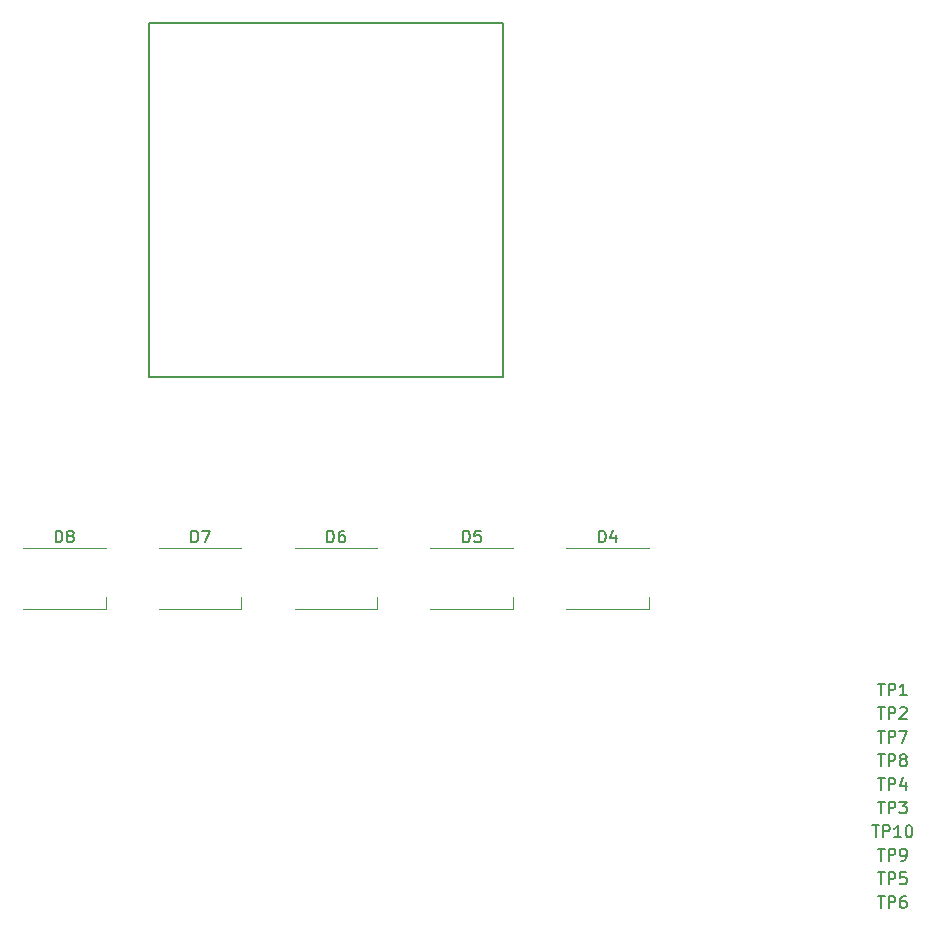
<source format=gbr>
G04 #@! TF.FileFunction,Legend,Top*
%FSLAX46Y46*%
G04 Gerber Fmt 4.6, Leading zero omitted, Abs format (unit mm)*
G04 Created by KiCad (PCBNEW 4.0.6) date 10/16/17 12:02:40*
%MOMM*%
%LPD*%
G01*
G04 APERTURE LIST*
%ADD10C,0.100000*%
%ADD11C,0.150000*%
%ADD12C,0.120000*%
G04 APERTURE END LIST*
D10*
D11*
X119650000Y-85550000D02*
X119650000Y-55550000D01*
X149650000Y-85550000D02*
X119650000Y-85550000D01*
X149650000Y-55550000D02*
X149650000Y-85550000D01*
X119650000Y-55550000D02*
X149650000Y-55550000D01*
D12*
X155000000Y-100000000D02*
X162000000Y-100000000D01*
X155000000Y-105200000D02*
X162000000Y-105200000D01*
X162000000Y-105200000D02*
X162000000Y-104200000D01*
X143500000Y-100000000D02*
X150500000Y-100000000D01*
X143500000Y-105200000D02*
X150500000Y-105200000D01*
X150500000Y-105200000D02*
X150500000Y-104200000D01*
X132000000Y-100000000D02*
X139000000Y-100000000D01*
X132000000Y-105200000D02*
X139000000Y-105200000D01*
X139000000Y-105200000D02*
X139000000Y-104200000D01*
X120500000Y-100000000D02*
X127500000Y-100000000D01*
X120500000Y-105200000D02*
X127500000Y-105200000D01*
X127500000Y-105200000D02*
X127500000Y-104200000D01*
X109000000Y-100000000D02*
X116000000Y-100000000D01*
X109000000Y-105200000D02*
X116000000Y-105200000D01*
X116000000Y-105200000D02*
X116000000Y-104200000D01*
D11*
X157761905Y-99552381D02*
X157761905Y-98552381D01*
X158000000Y-98552381D01*
X158142858Y-98600000D01*
X158238096Y-98695238D01*
X158285715Y-98790476D01*
X158333334Y-98980952D01*
X158333334Y-99123810D01*
X158285715Y-99314286D01*
X158238096Y-99409524D01*
X158142858Y-99504762D01*
X158000000Y-99552381D01*
X157761905Y-99552381D01*
X159190477Y-98885714D02*
X159190477Y-99552381D01*
X158952381Y-98504762D02*
X158714286Y-99219048D01*
X159333334Y-99219048D01*
X146261905Y-99552381D02*
X146261905Y-98552381D01*
X146500000Y-98552381D01*
X146642858Y-98600000D01*
X146738096Y-98695238D01*
X146785715Y-98790476D01*
X146833334Y-98980952D01*
X146833334Y-99123810D01*
X146785715Y-99314286D01*
X146738096Y-99409524D01*
X146642858Y-99504762D01*
X146500000Y-99552381D01*
X146261905Y-99552381D01*
X147738096Y-98552381D02*
X147261905Y-98552381D01*
X147214286Y-99028571D01*
X147261905Y-98980952D01*
X147357143Y-98933333D01*
X147595239Y-98933333D01*
X147690477Y-98980952D01*
X147738096Y-99028571D01*
X147785715Y-99123810D01*
X147785715Y-99361905D01*
X147738096Y-99457143D01*
X147690477Y-99504762D01*
X147595239Y-99552381D01*
X147357143Y-99552381D01*
X147261905Y-99504762D01*
X147214286Y-99457143D01*
X134761905Y-99552381D02*
X134761905Y-98552381D01*
X135000000Y-98552381D01*
X135142858Y-98600000D01*
X135238096Y-98695238D01*
X135285715Y-98790476D01*
X135333334Y-98980952D01*
X135333334Y-99123810D01*
X135285715Y-99314286D01*
X135238096Y-99409524D01*
X135142858Y-99504762D01*
X135000000Y-99552381D01*
X134761905Y-99552381D01*
X136190477Y-98552381D02*
X136000000Y-98552381D01*
X135904762Y-98600000D01*
X135857143Y-98647619D01*
X135761905Y-98790476D01*
X135714286Y-98980952D01*
X135714286Y-99361905D01*
X135761905Y-99457143D01*
X135809524Y-99504762D01*
X135904762Y-99552381D01*
X136095239Y-99552381D01*
X136190477Y-99504762D01*
X136238096Y-99457143D01*
X136285715Y-99361905D01*
X136285715Y-99123810D01*
X136238096Y-99028571D01*
X136190477Y-98980952D01*
X136095239Y-98933333D01*
X135904762Y-98933333D01*
X135809524Y-98980952D01*
X135761905Y-99028571D01*
X135714286Y-99123810D01*
X123261905Y-99552381D02*
X123261905Y-98552381D01*
X123500000Y-98552381D01*
X123642858Y-98600000D01*
X123738096Y-98695238D01*
X123785715Y-98790476D01*
X123833334Y-98980952D01*
X123833334Y-99123810D01*
X123785715Y-99314286D01*
X123738096Y-99409524D01*
X123642858Y-99504762D01*
X123500000Y-99552381D01*
X123261905Y-99552381D01*
X124166667Y-98552381D02*
X124833334Y-98552381D01*
X124404762Y-99552381D01*
X111761905Y-99552381D02*
X111761905Y-98552381D01*
X112000000Y-98552381D01*
X112142858Y-98600000D01*
X112238096Y-98695238D01*
X112285715Y-98790476D01*
X112333334Y-98980952D01*
X112333334Y-99123810D01*
X112285715Y-99314286D01*
X112238096Y-99409524D01*
X112142858Y-99504762D01*
X112000000Y-99552381D01*
X111761905Y-99552381D01*
X112904762Y-98980952D02*
X112809524Y-98933333D01*
X112761905Y-98885714D01*
X112714286Y-98790476D01*
X112714286Y-98742857D01*
X112761905Y-98647619D01*
X112809524Y-98600000D01*
X112904762Y-98552381D01*
X113095239Y-98552381D01*
X113190477Y-98600000D01*
X113238096Y-98647619D01*
X113285715Y-98742857D01*
X113285715Y-98790476D01*
X113238096Y-98885714D01*
X113190477Y-98933333D01*
X113095239Y-98980952D01*
X112904762Y-98980952D01*
X112809524Y-99028571D01*
X112761905Y-99076190D01*
X112714286Y-99171429D01*
X112714286Y-99361905D01*
X112761905Y-99457143D01*
X112809524Y-99504762D01*
X112904762Y-99552381D01*
X113095239Y-99552381D01*
X113190477Y-99504762D01*
X113238096Y-99457143D01*
X113285715Y-99361905D01*
X113285715Y-99171429D01*
X113238096Y-99076190D01*
X113190477Y-99028571D01*
X113095239Y-98980952D01*
X181388095Y-111502381D02*
X181959524Y-111502381D01*
X181673809Y-112502381D02*
X181673809Y-111502381D01*
X182292857Y-112502381D02*
X182292857Y-111502381D01*
X182673810Y-111502381D01*
X182769048Y-111550000D01*
X182816667Y-111597619D01*
X182864286Y-111692857D01*
X182864286Y-111835714D01*
X182816667Y-111930952D01*
X182769048Y-111978571D01*
X182673810Y-112026190D01*
X182292857Y-112026190D01*
X183816667Y-112502381D02*
X183245238Y-112502381D01*
X183530952Y-112502381D02*
X183530952Y-111502381D01*
X183435714Y-111645238D01*
X183340476Y-111740476D01*
X183245238Y-111788095D01*
X181388095Y-113502381D02*
X181959524Y-113502381D01*
X181673809Y-114502381D02*
X181673809Y-113502381D01*
X182292857Y-114502381D02*
X182292857Y-113502381D01*
X182673810Y-113502381D01*
X182769048Y-113550000D01*
X182816667Y-113597619D01*
X182864286Y-113692857D01*
X182864286Y-113835714D01*
X182816667Y-113930952D01*
X182769048Y-113978571D01*
X182673810Y-114026190D01*
X182292857Y-114026190D01*
X183245238Y-113597619D02*
X183292857Y-113550000D01*
X183388095Y-113502381D01*
X183626191Y-113502381D01*
X183721429Y-113550000D01*
X183769048Y-113597619D01*
X183816667Y-113692857D01*
X183816667Y-113788095D01*
X183769048Y-113930952D01*
X183197619Y-114502381D01*
X183816667Y-114502381D01*
X181388095Y-121502381D02*
X181959524Y-121502381D01*
X181673809Y-122502381D02*
X181673809Y-121502381D01*
X182292857Y-122502381D02*
X182292857Y-121502381D01*
X182673810Y-121502381D01*
X182769048Y-121550000D01*
X182816667Y-121597619D01*
X182864286Y-121692857D01*
X182864286Y-121835714D01*
X182816667Y-121930952D01*
X182769048Y-121978571D01*
X182673810Y-122026190D01*
X182292857Y-122026190D01*
X183197619Y-121502381D02*
X183816667Y-121502381D01*
X183483333Y-121883333D01*
X183626191Y-121883333D01*
X183721429Y-121930952D01*
X183769048Y-121978571D01*
X183816667Y-122073810D01*
X183816667Y-122311905D01*
X183769048Y-122407143D01*
X183721429Y-122454762D01*
X183626191Y-122502381D01*
X183340476Y-122502381D01*
X183245238Y-122454762D01*
X183197619Y-122407143D01*
X181388095Y-119502381D02*
X181959524Y-119502381D01*
X181673809Y-120502381D02*
X181673809Y-119502381D01*
X182292857Y-120502381D02*
X182292857Y-119502381D01*
X182673810Y-119502381D01*
X182769048Y-119550000D01*
X182816667Y-119597619D01*
X182864286Y-119692857D01*
X182864286Y-119835714D01*
X182816667Y-119930952D01*
X182769048Y-119978571D01*
X182673810Y-120026190D01*
X182292857Y-120026190D01*
X183721429Y-119835714D02*
X183721429Y-120502381D01*
X183483333Y-119454762D02*
X183245238Y-120169048D01*
X183864286Y-120169048D01*
X181388095Y-127502381D02*
X181959524Y-127502381D01*
X181673809Y-128502381D02*
X181673809Y-127502381D01*
X182292857Y-128502381D02*
X182292857Y-127502381D01*
X182673810Y-127502381D01*
X182769048Y-127550000D01*
X182816667Y-127597619D01*
X182864286Y-127692857D01*
X182864286Y-127835714D01*
X182816667Y-127930952D01*
X182769048Y-127978571D01*
X182673810Y-128026190D01*
X182292857Y-128026190D01*
X183769048Y-127502381D02*
X183292857Y-127502381D01*
X183245238Y-127978571D01*
X183292857Y-127930952D01*
X183388095Y-127883333D01*
X183626191Y-127883333D01*
X183721429Y-127930952D01*
X183769048Y-127978571D01*
X183816667Y-128073810D01*
X183816667Y-128311905D01*
X183769048Y-128407143D01*
X183721429Y-128454762D01*
X183626191Y-128502381D01*
X183388095Y-128502381D01*
X183292857Y-128454762D01*
X183245238Y-128407143D01*
X181388095Y-129502381D02*
X181959524Y-129502381D01*
X181673809Y-130502381D02*
X181673809Y-129502381D01*
X182292857Y-130502381D02*
X182292857Y-129502381D01*
X182673810Y-129502381D01*
X182769048Y-129550000D01*
X182816667Y-129597619D01*
X182864286Y-129692857D01*
X182864286Y-129835714D01*
X182816667Y-129930952D01*
X182769048Y-129978571D01*
X182673810Y-130026190D01*
X182292857Y-130026190D01*
X183721429Y-129502381D02*
X183530952Y-129502381D01*
X183435714Y-129550000D01*
X183388095Y-129597619D01*
X183292857Y-129740476D01*
X183245238Y-129930952D01*
X183245238Y-130311905D01*
X183292857Y-130407143D01*
X183340476Y-130454762D01*
X183435714Y-130502381D01*
X183626191Y-130502381D01*
X183721429Y-130454762D01*
X183769048Y-130407143D01*
X183816667Y-130311905D01*
X183816667Y-130073810D01*
X183769048Y-129978571D01*
X183721429Y-129930952D01*
X183626191Y-129883333D01*
X183435714Y-129883333D01*
X183340476Y-129930952D01*
X183292857Y-129978571D01*
X183245238Y-130073810D01*
X181388095Y-115502381D02*
X181959524Y-115502381D01*
X181673809Y-116502381D02*
X181673809Y-115502381D01*
X182292857Y-116502381D02*
X182292857Y-115502381D01*
X182673810Y-115502381D01*
X182769048Y-115550000D01*
X182816667Y-115597619D01*
X182864286Y-115692857D01*
X182864286Y-115835714D01*
X182816667Y-115930952D01*
X182769048Y-115978571D01*
X182673810Y-116026190D01*
X182292857Y-116026190D01*
X183197619Y-115502381D02*
X183864286Y-115502381D01*
X183435714Y-116502381D01*
X181388095Y-117502381D02*
X181959524Y-117502381D01*
X181673809Y-118502381D02*
X181673809Y-117502381D01*
X182292857Y-118502381D02*
X182292857Y-117502381D01*
X182673810Y-117502381D01*
X182769048Y-117550000D01*
X182816667Y-117597619D01*
X182864286Y-117692857D01*
X182864286Y-117835714D01*
X182816667Y-117930952D01*
X182769048Y-117978571D01*
X182673810Y-118026190D01*
X182292857Y-118026190D01*
X183435714Y-117930952D02*
X183340476Y-117883333D01*
X183292857Y-117835714D01*
X183245238Y-117740476D01*
X183245238Y-117692857D01*
X183292857Y-117597619D01*
X183340476Y-117550000D01*
X183435714Y-117502381D01*
X183626191Y-117502381D01*
X183721429Y-117550000D01*
X183769048Y-117597619D01*
X183816667Y-117692857D01*
X183816667Y-117740476D01*
X183769048Y-117835714D01*
X183721429Y-117883333D01*
X183626191Y-117930952D01*
X183435714Y-117930952D01*
X183340476Y-117978571D01*
X183292857Y-118026190D01*
X183245238Y-118121429D01*
X183245238Y-118311905D01*
X183292857Y-118407143D01*
X183340476Y-118454762D01*
X183435714Y-118502381D01*
X183626191Y-118502381D01*
X183721429Y-118454762D01*
X183769048Y-118407143D01*
X183816667Y-118311905D01*
X183816667Y-118121429D01*
X183769048Y-118026190D01*
X183721429Y-117978571D01*
X183626191Y-117930952D01*
X181388095Y-125502381D02*
X181959524Y-125502381D01*
X181673809Y-126502381D02*
X181673809Y-125502381D01*
X182292857Y-126502381D02*
X182292857Y-125502381D01*
X182673810Y-125502381D01*
X182769048Y-125550000D01*
X182816667Y-125597619D01*
X182864286Y-125692857D01*
X182864286Y-125835714D01*
X182816667Y-125930952D01*
X182769048Y-125978571D01*
X182673810Y-126026190D01*
X182292857Y-126026190D01*
X183340476Y-126502381D02*
X183530952Y-126502381D01*
X183626191Y-126454762D01*
X183673810Y-126407143D01*
X183769048Y-126264286D01*
X183816667Y-126073810D01*
X183816667Y-125692857D01*
X183769048Y-125597619D01*
X183721429Y-125550000D01*
X183626191Y-125502381D01*
X183435714Y-125502381D01*
X183340476Y-125550000D01*
X183292857Y-125597619D01*
X183245238Y-125692857D01*
X183245238Y-125930952D01*
X183292857Y-126026190D01*
X183340476Y-126073810D01*
X183435714Y-126121429D01*
X183626191Y-126121429D01*
X183721429Y-126073810D01*
X183769048Y-126026190D01*
X183816667Y-125930952D01*
X180911905Y-123502381D02*
X181483334Y-123502381D01*
X181197619Y-124502381D02*
X181197619Y-123502381D01*
X181816667Y-124502381D02*
X181816667Y-123502381D01*
X182197620Y-123502381D01*
X182292858Y-123550000D01*
X182340477Y-123597619D01*
X182388096Y-123692857D01*
X182388096Y-123835714D01*
X182340477Y-123930952D01*
X182292858Y-123978571D01*
X182197620Y-124026190D01*
X181816667Y-124026190D01*
X183340477Y-124502381D02*
X182769048Y-124502381D01*
X183054762Y-124502381D02*
X183054762Y-123502381D01*
X182959524Y-123645238D01*
X182864286Y-123740476D01*
X182769048Y-123788095D01*
X183959524Y-123502381D02*
X184054763Y-123502381D01*
X184150001Y-123550000D01*
X184197620Y-123597619D01*
X184245239Y-123692857D01*
X184292858Y-123883333D01*
X184292858Y-124121429D01*
X184245239Y-124311905D01*
X184197620Y-124407143D01*
X184150001Y-124454762D01*
X184054763Y-124502381D01*
X183959524Y-124502381D01*
X183864286Y-124454762D01*
X183816667Y-124407143D01*
X183769048Y-124311905D01*
X183721429Y-124121429D01*
X183721429Y-123883333D01*
X183769048Y-123692857D01*
X183816667Y-123597619D01*
X183864286Y-123550000D01*
X183959524Y-123502381D01*
M02*

</source>
